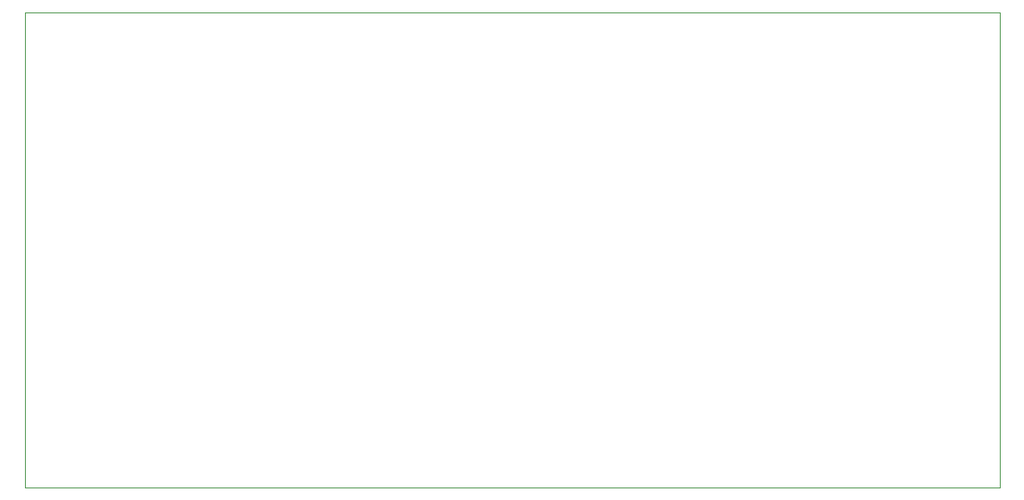
<source format=gbr>
G04 #@! TF.GenerationSoftware,KiCad,Pcbnew,(5.1.10)-1*
G04 #@! TF.CreationDate,2021-11-16T09:58:40-05:00*
G04 #@! TF.ProjectId,KittyCaddyV2,4b697474-7943-4616-9464-7956322e6b69,rev?*
G04 #@! TF.SameCoordinates,Original*
G04 #@! TF.FileFunction,Profile,NP*
%FSLAX46Y46*%
G04 Gerber Fmt 4.6, Leading zero omitted, Abs format (unit mm)*
G04 Created by KiCad (PCBNEW (5.1.10)-1) date 2021-11-16 09:58:40*
%MOMM*%
%LPD*%
G01*
G04 APERTURE LIST*
G04 #@! TA.AperFunction,Profile*
%ADD10C,0.050000*%
G04 #@! TD*
G04 APERTURE END LIST*
D10*
X177800000Y-62738000D02*
X177800000Y-111125000D01*
X78740000Y-62738000D02*
X78740000Y-111125000D01*
X78740000Y-111125000D02*
X177800000Y-111125000D01*
X78740000Y-62738000D02*
X177800000Y-62738000D01*
M02*

</source>
